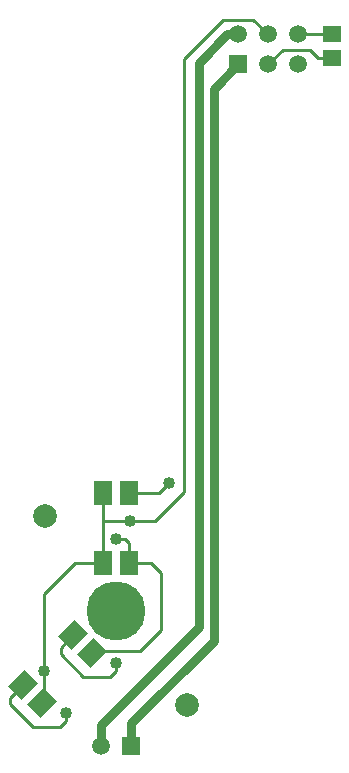
<source format=gbl>
G04 Layer_Physical_Order=2*
G04 Layer_Color=16711680*
%FSLAX25Y25*%
%MOIN*%
G70*
G01*
G75*
%ADD10R,0.05906X0.05512*%
%ADD11R,0.06299X0.07874*%
G04:AMPARAMS|DCode=12|XSize=78.74mil|YSize=62.99mil|CornerRadius=0mil|HoleSize=0mil|Usage=FLASHONLY|Rotation=225.000|XOffset=0mil|YOffset=0mil|HoleType=Round|Shape=Rectangle|*
%AMROTATEDRECTD12*
4,1,4,0.00557,0.05011,0.05011,0.00557,-0.00557,-0.05011,-0.05011,-0.00557,0.00557,0.05011,0.0*
%
%ADD12ROTATEDRECTD12*%

%ADD13C,0.01000*%
%ADD14C,0.05906*%
%ADD15R,0.05906X0.05906*%
%ADD16C,0.19685*%
%ADD17C,0.07874*%
%ADD18C,0.07874*%
%ADD19C,0.04000*%
%ADD20C,0.03000*%
D10*
X72063Y192087D02*
D03*
Y184213D02*
D03*
D11*
X4331Y39370D02*
D03*
Y15748D02*
D03*
X-4331Y39370D02*
D03*
X-4331Y15748D02*
D03*
D12*
X-30901Y-24776D02*
D03*
X-14198Y-8073D02*
D03*
X-24777Y-30901D02*
D03*
X-8073Y-14198D02*
D03*
D13*
X0Y24000D02*
X3000D01*
X4331Y22669D01*
Y15748D02*
Y22669D01*
X11752Y15748D02*
X15000Y12500D01*
X4500Y30000D02*
X13000D01*
X-4331D02*
X4500D01*
X14370Y39370D02*
X17500Y42500D01*
X4331Y39370D02*
X14370D01*
X-4331Y30000D02*
Y39370D01*
Y15748D02*
Y30000D01*
X22500Y39500D02*
Y184000D01*
X13000Y30000D02*
X22500Y39500D01*
X-24000Y-20000D02*
Y5500D01*
Y-30125D02*
Y-20000D01*
X-4331Y15748D02*
X-4331Y15748D01*
X-13752D02*
X-4331D01*
X-24000Y5500D02*
X-13752Y15748D01*
X-24777Y-30901D02*
X-24000Y-30125D01*
X-16703Y-36703D02*
Y-34203D01*
X-35203Y-29079D02*
X-30901Y-24776D01*
X-35203Y-31203D02*
Y-29079D01*
Y-31203D02*
X-27703Y-38703D01*
X-18703D01*
X-16703Y-36703D01*
X4331Y15748D02*
X11752D01*
X15000Y-6500D02*
Y12500D01*
X8000Y-13500D02*
X15000Y-6500D01*
X-7376Y-13500D02*
X8000D01*
X-8073Y-14198D02*
X-7376Y-13500D01*
X0Y-20000D02*
Y-17500D01*
X-2000Y-22000D02*
X0Y-20000D01*
X-11000Y-22000D02*
X-2000D01*
X-18500Y-14500D02*
X-11000Y-22000D01*
X-18500Y-14500D02*
Y-12375D01*
X-14198Y-8073D01*
X67287Y184213D02*
X72063D01*
X64500Y187000D02*
X67287Y184213D01*
X55622Y187000D02*
X64500D01*
X50709Y182087D02*
X55622Y187000D01*
X60709Y192087D02*
X72063D01*
X22500Y184000D02*
X35500Y197000D01*
X45795D01*
X50709Y192087D01*
D14*
X-5000Y-45000D02*
D03*
X40709Y192087D02*
D03*
X50709Y182087D02*
D03*
Y192087D02*
D03*
X60709Y182087D02*
D03*
Y192087D02*
D03*
D15*
X5000Y-45000D02*
D03*
X40709Y182087D02*
D03*
D16*
X-0Y-0D02*
D03*
D17*
X23622Y-31496D02*
D03*
D18*
X-23622Y31496D02*
D03*
D19*
X0Y24000D02*
D03*
X4500Y30000D02*
D03*
X17500Y42500D02*
D03*
X-24000Y-20000D02*
D03*
X-16703Y-34203D02*
D03*
X0Y-17500D02*
D03*
D20*
X27500Y-5500D02*
Y182500D01*
X37087Y192087D02*
X40709D01*
X27500Y182500D02*
X37087Y192087D01*
X-5000Y-38000D02*
X27500Y-5500D01*
X32500Y-10000D02*
Y173878D01*
X5000Y-37500D02*
X32500Y-10000D01*
X5000Y-45000D02*
Y-37500D01*
X-5000Y-45000D02*
Y-38000D01*
X32500Y173878D02*
X40709Y182087D01*
M02*

</source>
